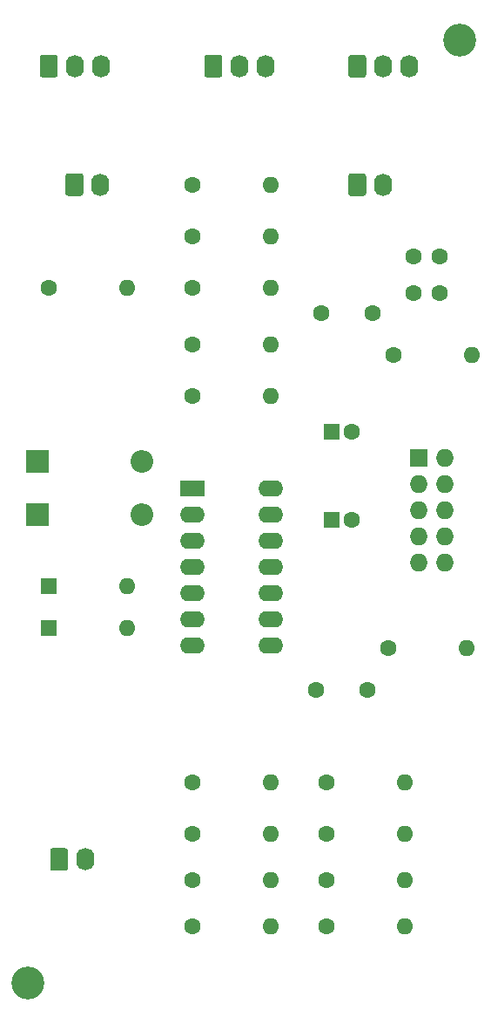
<source format=gbr>
%TF.GenerationSoftware,KiCad,Pcbnew,(5.1.8-0-10_14)*%
%TF.CreationDate,2021-07-20T21:06:28-04:00*%
%TF.ProjectId,fwr2,66777232-2e6b-4696-9361-645f70636258,rev?*%
%TF.SameCoordinates,Original*%
%TF.FileFunction,Soldermask,Bot*%
%TF.FilePolarity,Negative*%
%FSLAX46Y46*%
G04 Gerber Fmt 4.6, Leading zero omitted, Abs format (unit mm)*
G04 Created by KiCad (PCBNEW (5.1.8-0-10_14)) date 2021-07-20 21:06:28*
%MOMM*%
%LPD*%
G01*
G04 APERTURE LIST*
%ADD10O,1.740000X2.200000*%
%ADD11R,1.600000X1.600000*%
%ADD12C,1.600000*%
%ADD13R,2.200000X2.200000*%
%ADD14O,2.200000X2.200000*%
%ADD15O,1.600000X1.600000*%
%ADD16C,3.200000*%
%ADD17R,1.727200X1.727200*%
%ADD18O,1.727200X1.727200*%
%ADD19R,2.400000X1.600000*%
%ADD20O,2.400000X1.600000*%
G04 APERTURE END LIST*
%TO.C,J4*%
G36*
G01*
X105630000Y-134350001D02*
X105630000Y-132649999D01*
G75*
G02*
X105879999Y-132400000I249999J0D01*
G01*
X107120001Y-132400000D01*
G75*
G02*
X107370000Y-132649999I0J-249999D01*
G01*
X107370000Y-134350001D01*
G75*
G02*
X107120001Y-134600000I-249999J0D01*
G01*
X105879999Y-134600000D01*
G75*
G02*
X105630000Y-134350001I0J249999D01*
G01*
G37*
D10*
X109040000Y-133500000D03*
%TD*%
D11*
%TO.C,C6*%
X133000000Y-92000000D03*
D12*
X135000000Y-92000000D03*
%TD*%
D13*
%TO.C,1N4733*%
X104375001Y-94855001D03*
D14*
X114535001Y-94855001D03*
%TD*%
%TO.C,Bias*%
G36*
G01*
X134630000Y-57350001D02*
X134630000Y-55649999D01*
G75*
G02*
X134879999Y-55400000I249999J0D01*
G01*
X136120001Y-55400000D01*
G75*
G02*
X136370000Y-55649999I0J-249999D01*
G01*
X136370000Y-57350001D01*
G75*
G02*
X136120001Y-57600000I-249999J0D01*
G01*
X134879999Y-57600000D01*
G75*
G02*
X134630000Y-57350001I0J249999D01*
G01*
G37*
D10*
X138040000Y-56500000D03*
X140580000Y-56500000D03*
%TD*%
D12*
%TO.C,C1*%
X137000000Y-80500000D03*
X132000000Y-80500000D03*
%TD*%
%TO.C,C2*%
X141000000Y-78500000D03*
X143500000Y-78500000D03*
%TD*%
%TO.C,C3*%
X143500000Y-75000000D03*
X141000000Y-75000000D03*
%TD*%
%TO.C,C4*%
X131500000Y-117000000D03*
X136500000Y-117000000D03*
%TD*%
D10*
%TO.C,CV_Amount*%
X126580000Y-56500000D03*
X124040000Y-56500000D03*
G36*
G01*
X120630000Y-57350001D02*
X120630000Y-55649999D01*
G75*
G02*
X120879999Y-55400000I249999J0D01*
G01*
X122120001Y-55400000D01*
G75*
G02*
X122370000Y-55649999I0J-249999D01*
G01*
X122370000Y-57350001D01*
G75*
G02*
X122120001Y-57600000I-249999J0D01*
G01*
X120879999Y-57600000D01*
G75*
G02*
X120630000Y-57350001I0J249999D01*
G01*
G37*
%TD*%
D11*
%TO.C,1N4148*%
X105500000Y-107000000D03*
D15*
X113120000Y-107000000D03*
%TD*%
%TO.C,1N4148*%
X113120000Y-111000000D03*
D11*
X105500000Y-111000000D03*
%TD*%
D14*
%TO.C,1N4733*%
X114535001Y-100000000D03*
D13*
X104375001Y-100000000D03*
%TD*%
D12*
%TO.C,FB1*%
X139000000Y-84500000D03*
D15*
X146620000Y-84500000D03*
%TD*%
%TO.C,FB2*%
X146120000Y-113000000D03*
D12*
X138500000Y-113000000D03*
%TD*%
%TO.C,Feedback*%
G36*
G01*
X104630000Y-57350001D02*
X104630000Y-55649999D01*
G75*
G02*
X104879999Y-55400000I249999J0D01*
G01*
X106120001Y-55400000D01*
G75*
G02*
X106370000Y-55649999I0J-249999D01*
G01*
X106370000Y-57350001D01*
G75*
G02*
X106120001Y-57600000I-249999J0D01*
G01*
X104879999Y-57600000D01*
G75*
G02*
X104630000Y-57350001I0J249999D01*
G01*
G37*
D10*
X108040000Y-56500000D03*
X110580000Y-56500000D03*
%TD*%
D16*
%TO.C,H1*%
X145500000Y-54000000D03*
%TD*%
%TO.C,H2*%
X103500000Y-145500000D03*
%TD*%
D17*
%TO.C,J3*%
X141500000Y-94500000D03*
D18*
X144040000Y-94500000D03*
X141500000Y-97040000D03*
X144040000Y-97040000D03*
X141500000Y-99580000D03*
X144040000Y-99580000D03*
X141500000Y-102120000D03*
X144040000Y-102120000D03*
X141500000Y-104660000D03*
X144040000Y-104660000D03*
%TD*%
D15*
%TO.C,R1*%
X127120000Y-83500000D03*
D12*
X119500000Y-83500000D03*
%TD*%
%TO.C,R2*%
X119500000Y-68000000D03*
D15*
X127120000Y-68000000D03*
%TD*%
D12*
%TO.C,R3*%
X119500000Y-73000000D03*
D15*
X127120000Y-73000000D03*
%TD*%
%TO.C,R4*%
X140120000Y-126000000D03*
D12*
X132500000Y-126000000D03*
%TD*%
D15*
%TO.C,R5*%
X127120000Y-131000000D03*
D12*
X119500000Y-131000000D03*
%TD*%
%TO.C,R6*%
X132500000Y-135500000D03*
D15*
X140120000Y-135500000D03*
%TD*%
D12*
%TO.C,R7*%
X132500000Y-131000000D03*
D15*
X140120000Y-131000000D03*
%TD*%
%TO.C,R8*%
X127120000Y-135500000D03*
D12*
X119500000Y-135500000D03*
%TD*%
D15*
%TO.C,R9*%
X140120000Y-140000000D03*
D12*
X132500000Y-140000000D03*
%TD*%
%TO.C,R10*%
X119500000Y-126000000D03*
D15*
X127120000Y-126000000D03*
%TD*%
D12*
%TO.C,R11*%
X119500000Y-140000000D03*
D15*
X127120000Y-140000000D03*
%TD*%
D12*
%TO.C,R12*%
X119500000Y-88500000D03*
D15*
X127120000Y-88500000D03*
%TD*%
%TO.C,R13*%
X113120000Y-78000000D03*
D12*
X105500000Y-78000000D03*
%TD*%
D15*
%TO.C,R14*%
X127120000Y-78000000D03*
D12*
X119500000Y-78000000D03*
%TD*%
D19*
%TO.C,U1*%
X119500000Y-97500000D03*
D20*
X127120000Y-112740000D03*
X119500000Y-100040000D03*
X127120000Y-110200000D03*
X119500000Y-102580000D03*
X127120000Y-107660000D03*
X119500000Y-105120000D03*
X127120000Y-105120000D03*
X119500000Y-107660000D03*
X127120000Y-102580000D03*
X119500000Y-110200000D03*
X127120000Y-100040000D03*
X119500000Y-112740000D03*
X127120000Y-97500000D03*
%TD*%
D11*
%TO.C,C5*%
X133000000Y-100500000D03*
D12*
X135000000Y-100500000D03*
%TD*%
D10*
%TO.C,J1*%
X110540000Y-68000000D03*
G36*
G01*
X107130000Y-68850001D02*
X107130000Y-67149999D01*
G75*
G02*
X107379999Y-66900000I249999J0D01*
G01*
X108620001Y-66900000D01*
G75*
G02*
X108870000Y-67149999I0J-249999D01*
G01*
X108870000Y-68850001D01*
G75*
G02*
X108620001Y-69100000I-249999J0D01*
G01*
X107379999Y-69100000D01*
G75*
G02*
X107130000Y-68850001I0J249999D01*
G01*
G37*
%TD*%
%TO.C,J2*%
G36*
G01*
X134630000Y-68850001D02*
X134630000Y-67149999D01*
G75*
G02*
X134879999Y-66900000I249999J0D01*
G01*
X136120001Y-66900000D01*
G75*
G02*
X136370000Y-67149999I0J-249999D01*
G01*
X136370000Y-68850001D01*
G75*
G02*
X136120001Y-69100000I-249999J0D01*
G01*
X134879999Y-69100000D01*
G75*
G02*
X134630000Y-68850001I0J249999D01*
G01*
G37*
X138040000Y-68000000D03*
%TD*%
M02*

</source>
